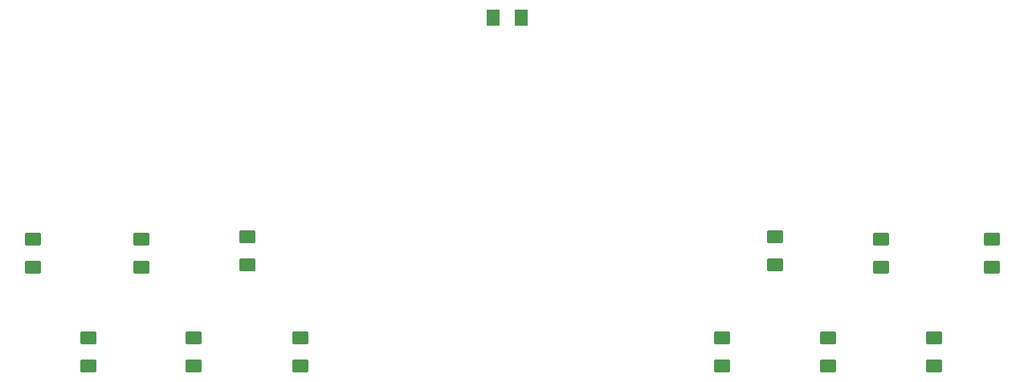
<source format=gbr>
%TF.GenerationSoftware,KiCad,Pcbnew,(6.0.1)*%
%TF.CreationDate,2022-05-20T13:53:27-07:00*%
%TF.ProjectId,Satellite_PCB,53617465-6c6c-4697-9465-5f5043422e6b,rev?*%
%TF.SameCoordinates,Original*%
%TF.FileFunction,Paste,Top*%
%TF.FilePolarity,Positive*%
%FSLAX46Y46*%
G04 Gerber Fmt 4.6, Leading zero omitted, Abs format (unit mm)*
G04 Created by KiCad (PCBNEW (6.0.1)) date 2022-05-20 13:53:27*
%MOMM*%
%LPD*%
G01*
G04 APERTURE LIST*
G04 Aperture macros list*
%AMRoundRect*
0 Rectangle with rounded corners*
0 $1 Rounding radius*
0 $2 $3 $4 $5 $6 $7 $8 $9 X,Y pos of 4 corners*
0 Add a 4 corners polygon primitive as box body*
4,1,4,$2,$3,$4,$5,$6,$7,$8,$9,$2,$3,0*
0 Add four circle primitives for the rounded corners*
1,1,$1+$1,$2,$3*
1,1,$1+$1,$4,$5*
1,1,$1+$1,$6,$7*
1,1,$1+$1,$8,$9*
0 Add four rect primitives between the rounded corners*
20,1,$1+$1,$2,$3,$4,$5,0*
20,1,$1+$1,$4,$5,$6,$7,0*
20,1,$1+$1,$6,$7,$8,$9,0*
20,1,$1+$1,$8,$9,$2,$3,0*%
G04 Aperture macros list end*
%ADD10RoundRect,0.250001X0.624999X-0.462499X0.624999X0.462499X-0.624999X0.462499X-0.624999X-0.462499X0*%
%ADD11RoundRect,0.250001X-0.462499X-0.624999X0.462499X-0.624999X0.462499X0.624999X-0.462499X0.624999X0*%
G04 APERTURE END LIST*
D10*
%TO.C,D5*%
X182129100Y-99048900D03*
X182129100Y-96073900D03*
%TD*%
%TO.C,D12*%
X187680600Y-88634900D03*
X187680600Y-85659900D03*
%TD*%
%TO.C,D1*%
X98272600Y-88634900D03*
X98272600Y-85659900D03*
%TD*%
%TO.C,D8*%
X104114600Y-99048900D03*
X104114600Y-96073900D03*
%TD*%
%TO.C,D6*%
X193268600Y-99048900D03*
X193268600Y-96073900D03*
%TD*%
%TO.C,D11*%
X199364600Y-88634900D03*
X199364600Y-85659900D03*
%TD*%
%TO.C,D2*%
X109702600Y-88634900D03*
X109702600Y-85659900D03*
%TD*%
%TO.C,D4*%
X170916600Y-99048900D03*
X170916600Y-96073900D03*
%TD*%
%TO.C,D10*%
X126466600Y-99048900D03*
X126466600Y-96073900D03*
%TD*%
%TO.C,D13*%
X176504600Y-88380900D03*
X176504600Y-85405900D03*
%TD*%
%TO.C,D9*%
X115254100Y-99048900D03*
X115254100Y-96073900D03*
%TD*%
D11*
%TO.C,D7*%
X146823100Y-62255400D03*
X149798100Y-62255400D03*
%TD*%
D10*
%TO.C,D3*%
X120878600Y-88380900D03*
X120878600Y-85405900D03*
%TD*%
M02*

</source>
